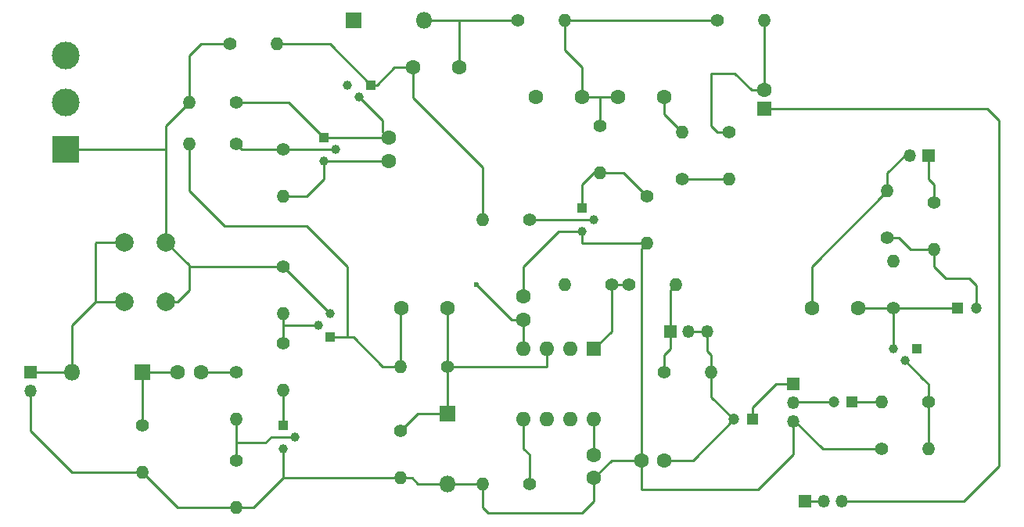
<source format=gtl>
%TF.GenerationSoftware,KiCad,Pcbnew,4.0.6*%
%TF.CreationDate,2018-03-29T20:35:18+02:00*%
%TF.ProjectId,808,3830382E6B696361645F706362000000,rev?*%
%TF.FileFunction,Copper,L1,Top,Signal*%
%FSLAX46Y46*%
G04 Gerber Fmt 4.6, Leading zero omitted, Abs format (unit mm)*
G04 Created by KiCad (PCBNEW 4.0.6) date 2018 March 29, Thursday 20:35:18*
%MOMM*%
%LPD*%
G01*
G04 APERTURE LIST*
%ADD10C,0.100000*%
%ADD11C,1.600000*%
%ADD12R,1.200000X1.200000*%
%ADD13C,1.200000*%
%ADD14R,1.600000X1.600000*%
%ADD15R,1.800000X1.800000*%
%ADD16O,1.800000X1.800000*%
%ADD17R,1.350000X1.350000*%
%ADD18O,1.350000X1.350000*%
%ADD19C,1.000000*%
%ADD20R,1.000000X1.000000*%
%ADD21C,1.400000*%
%ADD22O,1.400000X1.400000*%
%ADD23C,2.000000*%
%ADD24O,1.600000X1.600000*%
%ADD25R,3.000000X3.000000*%
%ADD26C,3.000000*%
%ADD27C,0.600000*%
%ADD28C,0.250000*%
G04 APERTURE END LIST*
D10*
D11*
X67310000Y-121920000D03*
X64810000Y-121920000D03*
X87630000Y-96520000D03*
X87630000Y-99020000D03*
X93980000Y-114935000D03*
X88980000Y-114935000D03*
X95250000Y-88900000D03*
X90250000Y-88900000D03*
X108585000Y-92075000D03*
X103585000Y-92075000D03*
X117475000Y-92075000D03*
X112475000Y-92075000D03*
X109855000Y-133350000D03*
X109855000Y-130850000D03*
X102235000Y-116205000D03*
X102235000Y-113705000D03*
X117475000Y-131445000D03*
X114975000Y-131445000D03*
D12*
X127000000Y-127000000D03*
D13*
X125000000Y-127000000D03*
D12*
X137795000Y-125095000D03*
D13*
X135795000Y-125095000D03*
D14*
X128270000Y-93345000D03*
D11*
X128270000Y-91345000D03*
D12*
X149225000Y-114935000D03*
D13*
X151225000Y-114935000D03*
D11*
X138430000Y-114935000D03*
X133430000Y-114935000D03*
D15*
X60960000Y-121920000D03*
D16*
X53340000Y-121920000D03*
D15*
X93980000Y-126365000D03*
D16*
X93980000Y-133985000D03*
D15*
X83820000Y-83820000D03*
D16*
X91440000Y-83820000D03*
D17*
X48895000Y-121920000D03*
D18*
X48895000Y-123920000D03*
D17*
X146050000Y-98425000D03*
D18*
X144050000Y-98425000D03*
D19*
X81915000Y-97790000D03*
X80645000Y-99060000D03*
D20*
X80645000Y-96520000D03*
D19*
X77470000Y-128905000D03*
X76200000Y-130175000D03*
D20*
X76200000Y-127635000D03*
D19*
X80010000Y-116840000D03*
X81280000Y-115570000D03*
D20*
X81280000Y-118110000D03*
D19*
X84455000Y-92075000D03*
X83185000Y-90805000D03*
D20*
X85725000Y-90805000D03*
D19*
X109855000Y-105410000D03*
X108585000Y-106680000D03*
D20*
X108585000Y-104140000D03*
D19*
X143510000Y-120650000D03*
X142240000Y-119380000D03*
D20*
X144780000Y-119380000D03*
D21*
X60960000Y-127635000D03*
D22*
X60960000Y-132715000D03*
D21*
X71120000Y-97155000D03*
D22*
X66040000Y-97155000D03*
D21*
X76200000Y-97790000D03*
D22*
X76200000Y-102870000D03*
D21*
X71120000Y-121920000D03*
D22*
X71120000Y-127000000D03*
D21*
X71120000Y-131445000D03*
D22*
X71120000Y-136525000D03*
D21*
X71120000Y-92710000D03*
D22*
X66040000Y-92710000D03*
D21*
X76200000Y-110490000D03*
D22*
X76200000Y-115570000D03*
D21*
X76200000Y-118745000D03*
D22*
X76200000Y-123825000D03*
D21*
X70485000Y-86360000D03*
D22*
X75565000Y-86360000D03*
D21*
X93980000Y-121285000D03*
D22*
X88900000Y-121285000D03*
D21*
X102870000Y-105410000D03*
D22*
X97790000Y-105410000D03*
D21*
X88900000Y-128270000D03*
D22*
X88900000Y-133350000D03*
D21*
X101600000Y-83820000D03*
D22*
X106680000Y-83820000D03*
D21*
X111760000Y-112395000D03*
D22*
X106680000Y-112395000D03*
D21*
X110490000Y-95250000D03*
D22*
X110490000Y-100330000D03*
D21*
X115570000Y-102870000D03*
D22*
X115570000Y-107950000D03*
D21*
X113665000Y-112395000D03*
D22*
X118745000Y-112395000D03*
D21*
X117475000Y-121920000D03*
D22*
X122555000Y-121920000D03*
D21*
X123190000Y-83820000D03*
D22*
X128270000Y-83820000D03*
D21*
X119380000Y-100965000D03*
D22*
X119380000Y-95885000D03*
D21*
X102870000Y-133985000D03*
D22*
X97790000Y-133985000D03*
D21*
X124460000Y-95885000D03*
D22*
X124460000Y-100965000D03*
D21*
X146050000Y-125095000D03*
D22*
X140970000Y-125095000D03*
D21*
X140970000Y-130175000D03*
D22*
X146050000Y-130175000D03*
D21*
X142240000Y-114935000D03*
D22*
X142240000Y-109855000D03*
D21*
X146685000Y-103505000D03*
D22*
X146685000Y-108585000D03*
D21*
X141605000Y-107315000D03*
D22*
X141605000Y-102235000D03*
D17*
X118110000Y-117475000D03*
D18*
X120110000Y-117475000D03*
X122110000Y-117475000D03*
D17*
X131445000Y-123190000D03*
D18*
X131445000Y-125190000D03*
X131445000Y-127190000D03*
D17*
X132715000Y-135890000D03*
D18*
X134715000Y-135890000D03*
X136715000Y-135890000D03*
D23*
X63555000Y-114300000D03*
X59055000Y-114300000D03*
X63555000Y-107800000D03*
X59055000Y-107800000D03*
D14*
X109855000Y-119380000D03*
D24*
X102235000Y-127000000D03*
X107315000Y-119380000D03*
X104775000Y-127000000D03*
X104775000Y-119380000D03*
X107315000Y-127000000D03*
X102235000Y-119380000D03*
X109855000Y-127000000D03*
D25*
X52705000Y-97790000D03*
D26*
X52705000Y-92710000D03*
X52705000Y-87630000D03*
D27*
X97155000Y-112395000D03*
D28*
X67310000Y-121920000D02*
X71120000Y-121920000D01*
X60960000Y-121920000D02*
X64810000Y-121920000D01*
X60960000Y-121920000D02*
X60960000Y-127635000D01*
X84455000Y-92075000D02*
X86995000Y-94615000D01*
X86995000Y-95885000D02*
X87630000Y-96520000D01*
X86995000Y-94615000D02*
X86995000Y-95885000D01*
X80645000Y-96520000D02*
X87630000Y-96520000D01*
X71120000Y-92710000D02*
X76835000Y-92710000D01*
X76835000Y-92710000D02*
X80645000Y-96520000D01*
X114975000Y-131445000D02*
X114975000Y-134580000D01*
X131445000Y-130810000D02*
X131445000Y-127190000D01*
X127635000Y-134620000D02*
X131445000Y-130810000D01*
X115015000Y-134620000D02*
X127635000Y-134620000D01*
X114975000Y-134580000D02*
X115015000Y-134620000D01*
X133430000Y-114935000D02*
X133430000Y-110410000D01*
X133430000Y-110410000D02*
X141605000Y-102235000D01*
X131445000Y-127190000D02*
X131635000Y-127190000D01*
X131635000Y-127190000D02*
X134620000Y-130175000D01*
X134620000Y-130175000D02*
X140970000Y-130175000D01*
X114975000Y-131445000D02*
X111760000Y-131445000D01*
X111760000Y-131445000D02*
X109855000Y-133350000D01*
X114975000Y-131445000D02*
X114975000Y-108545000D01*
X114975000Y-108545000D02*
X115570000Y-107950000D01*
X97790000Y-133985000D02*
X97790000Y-136525000D01*
X97790000Y-136525000D02*
X98425000Y-137160000D01*
X98425000Y-137160000D02*
X108585000Y-137160000D01*
X108585000Y-137160000D02*
X109855000Y-135890000D01*
X109855000Y-135890000D02*
X109855000Y-133350000D01*
X93980000Y-133985000D02*
X97790000Y-133985000D01*
X88900000Y-133350000D02*
X90170000Y-133350000D01*
X90805000Y-133985000D02*
X93980000Y-133985000D01*
X90170000Y-133350000D02*
X90805000Y-133985000D01*
X144050000Y-98425000D02*
X143510000Y-98425000D01*
X143510000Y-98425000D02*
X141605000Y-100330000D01*
X141605000Y-100330000D02*
X141605000Y-102235000D01*
X108585000Y-106680000D02*
X106045000Y-106680000D01*
X102235000Y-110490000D02*
X102235000Y-113705000D01*
X106045000Y-106680000D02*
X102235000Y-110490000D01*
X108585000Y-106680000D02*
X108585000Y-107950000D01*
X108585000Y-107950000D02*
X115570000Y-107950000D01*
X80645000Y-99060000D02*
X87590000Y-99060000D01*
X87590000Y-99060000D02*
X87630000Y-99020000D01*
X76200000Y-102870000D02*
X78740000Y-102870000D01*
X78740000Y-102870000D02*
X80645000Y-100965000D01*
X80645000Y-100965000D02*
X80645000Y-99060000D01*
X76200000Y-133350000D02*
X88900000Y-133350000D01*
X71120000Y-136525000D02*
X73025000Y-136525000D01*
X76200000Y-133350000D02*
X76200000Y-130175000D01*
X73025000Y-136525000D02*
X76200000Y-133350000D01*
X71120000Y-136525000D02*
X64770000Y-136525000D01*
X64770000Y-136525000D02*
X60960000Y-132715000D01*
X48895000Y-123920000D02*
X48895000Y-128270000D01*
X53340000Y-132715000D02*
X60960000Y-132715000D01*
X48895000Y-128270000D02*
X53340000Y-132715000D01*
X93980000Y-126365000D02*
X90805000Y-126365000D01*
X90805000Y-126365000D02*
X88900000Y-128270000D01*
X93980000Y-121285000D02*
X93980000Y-126365000D01*
X93980000Y-114935000D02*
X93980000Y-121285000D01*
X104775000Y-119380000D02*
X104775000Y-121285000D01*
X104775000Y-121285000D02*
X93980000Y-121285000D01*
X88900000Y-121285000D02*
X88900000Y-115015000D01*
X88900000Y-115015000D02*
X88980000Y-114935000D01*
X81280000Y-118110000D02*
X83820000Y-118110000D01*
X86995000Y-121285000D02*
X88900000Y-121285000D01*
X83820000Y-118110000D02*
X86995000Y-121285000D01*
X81280000Y-118110000D02*
X83185000Y-118110000D01*
X66040000Y-102235000D02*
X66040000Y-97155000D01*
X69850000Y-106045000D02*
X66040000Y-102235000D01*
X78740000Y-106045000D02*
X69850000Y-106045000D01*
X83185000Y-110490000D02*
X78740000Y-106045000D01*
X83185000Y-118110000D02*
X83185000Y-110490000D01*
X95250000Y-88900000D02*
X95250000Y-83820000D01*
X91440000Y-83820000D02*
X95250000Y-83820000D01*
X95250000Y-83820000D02*
X101600000Y-83820000D01*
X85725000Y-90805000D02*
X86360000Y-90805000D01*
X88265000Y-88900000D02*
X90250000Y-88900000D01*
X86360000Y-90805000D02*
X88265000Y-88900000D01*
X90250000Y-88900000D02*
X90250000Y-92155000D01*
X90250000Y-92155000D02*
X97790000Y-99695000D01*
X97790000Y-99695000D02*
X97790000Y-105410000D01*
X75565000Y-86360000D02*
X81280000Y-86360000D01*
X81280000Y-86360000D02*
X85725000Y-90805000D01*
X110490000Y-92075000D02*
X110490000Y-95250000D01*
X108585000Y-92075000D02*
X110490000Y-92075000D01*
X110490000Y-92075000D02*
X112475000Y-92075000D01*
X106680000Y-83820000D02*
X106680000Y-86995000D01*
X108585000Y-88900000D02*
X108585000Y-92075000D01*
X106680000Y-86995000D02*
X108585000Y-88900000D01*
X106680000Y-83820000D02*
X123190000Y-83820000D01*
X111760000Y-112395000D02*
X113665000Y-112395000D01*
X111760000Y-112395000D02*
X111760000Y-117475000D01*
X111760000Y-117475000D02*
X109855000Y-119380000D01*
X117475000Y-92075000D02*
X117475000Y-93980000D01*
X117475000Y-93980000D02*
X119380000Y-95885000D01*
X52705000Y-97790000D02*
X63555000Y-97790000D01*
X63555000Y-97790000D02*
X63500000Y-97790000D01*
X63500000Y-97790000D02*
X63555000Y-97790000D01*
X76200000Y-110490000D02*
X66040000Y-110490000D01*
X76200000Y-110490000D02*
X81280000Y-115570000D01*
X109855000Y-127000000D02*
X109855000Y-130850000D01*
X66040000Y-92710000D02*
X66040000Y-87630000D01*
X67310000Y-86360000D02*
X70485000Y-86360000D01*
X66040000Y-87630000D02*
X67310000Y-86360000D01*
X63555000Y-107800000D02*
X63555000Y-97790000D01*
X63555000Y-97790000D02*
X63555000Y-95195000D01*
X63555000Y-95195000D02*
X66040000Y-92710000D01*
X63555000Y-114300000D02*
X64770000Y-114300000D01*
X66040000Y-113030000D02*
X66040000Y-110490000D01*
X64770000Y-114300000D02*
X66040000Y-113030000D01*
X66040000Y-110285000D02*
X63555000Y-107800000D01*
X66040000Y-110490000D02*
X66040000Y-110285000D01*
X100965000Y-116205000D02*
X102235000Y-116205000D01*
X97155000Y-112395000D02*
X100965000Y-116205000D01*
X102235000Y-116205000D02*
X102235000Y-119380000D01*
X122110000Y-117475000D02*
X120110000Y-117475000D01*
X117475000Y-131445000D02*
X120555000Y-131445000D01*
X120555000Y-131445000D02*
X125000000Y-127000000D01*
X122555000Y-121920000D02*
X122555000Y-124555000D01*
X122555000Y-124555000D02*
X125000000Y-127000000D01*
X122110000Y-117475000D02*
X122110000Y-119570000D01*
X122555000Y-120015000D02*
X122555000Y-121920000D01*
X122110000Y-119570000D02*
X122555000Y-120015000D01*
X131445000Y-123190000D02*
X129540000Y-123190000D01*
X127000000Y-125730000D02*
X127000000Y-127000000D01*
X129540000Y-123190000D02*
X127000000Y-125730000D01*
X137795000Y-125095000D02*
X140970000Y-125095000D01*
X135795000Y-125095000D02*
X131540000Y-125095000D01*
X131540000Y-125095000D02*
X131445000Y-125190000D01*
X128270000Y-93345000D02*
X152400000Y-93345000D01*
X149860000Y-135890000D02*
X136715000Y-135890000D01*
X153670000Y-132080000D02*
X149860000Y-135890000D01*
X153670000Y-94615000D02*
X153670000Y-132080000D01*
X152400000Y-93345000D02*
X153670000Y-94615000D01*
X128270000Y-91345000D02*
X126905000Y-91345000D01*
X123190000Y-95885000D02*
X124460000Y-95885000D01*
X122555000Y-95250000D02*
X123190000Y-95885000D01*
X122555000Y-89535000D02*
X122555000Y-95250000D01*
X125095000Y-89535000D02*
X122555000Y-89535000D01*
X126905000Y-91345000D02*
X125095000Y-89535000D01*
X128270000Y-83820000D02*
X128270000Y-91345000D01*
X138430000Y-114935000D02*
X142240000Y-114935000D01*
X142240000Y-114935000D02*
X142240000Y-119380000D01*
X149225000Y-114935000D02*
X142240000Y-114935000D01*
X141605000Y-107315000D02*
X142875000Y-107315000D01*
X144145000Y-108585000D02*
X146685000Y-108585000D01*
X142875000Y-107315000D02*
X144145000Y-108585000D01*
X146685000Y-108585000D02*
X146685000Y-110490000D01*
X151225000Y-112490000D02*
X151225000Y-114935000D01*
X150495000Y-111760000D02*
X151225000Y-112490000D01*
X147955000Y-111760000D02*
X150495000Y-111760000D01*
X146685000Y-110490000D02*
X147955000Y-111760000D01*
X55880000Y-114300000D02*
X55880000Y-107950000D01*
X56030000Y-107800000D02*
X59055000Y-107800000D01*
X55880000Y-107950000D02*
X56030000Y-107800000D01*
X53340000Y-121920000D02*
X53340000Y-116840000D01*
X55880000Y-114300000D02*
X59055000Y-114300000D01*
X53340000Y-116840000D02*
X55880000Y-114300000D01*
X48895000Y-121920000D02*
X53340000Y-121920000D01*
X146050000Y-98425000D02*
X146050000Y-100965000D01*
X146685000Y-101600000D02*
X146685000Y-103505000D01*
X146050000Y-100965000D02*
X146685000Y-101600000D01*
X76200000Y-97790000D02*
X81915000Y-97790000D01*
X76200000Y-97790000D02*
X71755000Y-97790000D01*
X71755000Y-97790000D02*
X71120000Y-97155000D01*
X71120000Y-129540000D02*
X74295000Y-129540000D01*
X74930000Y-128905000D02*
X77470000Y-128905000D01*
X74295000Y-129540000D02*
X74930000Y-128905000D01*
X71120000Y-127000000D02*
X71120000Y-129540000D01*
X71120000Y-129540000D02*
X71120000Y-131445000D01*
X76200000Y-123825000D02*
X76200000Y-127635000D01*
X76200000Y-116840000D02*
X80010000Y-116840000D01*
X76200000Y-115570000D02*
X76200000Y-116840000D01*
X76200000Y-116840000D02*
X76200000Y-118745000D01*
X102870000Y-105410000D02*
X109855000Y-105410000D01*
X110490000Y-100330000D02*
X113030000Y-100330000D01*
X113030000Y-100330000D02*
X115570000Y-102870000D01*
X110490000Y-100330000D02*
X109855000Y-100330000D01*
X109855000Y-100330000D02*
X108585000Y-101600000D01*
X108585000Y-101600000D02*
X108585000Y-104140000D01*
X146050000Y-125095000D02*
X146050000Y-130175000D01*
X143510000Y-120650000D02*
X145415000Y-122555000D01*
X146050000Y-123190000D02*
X146050000Y-125095000D01*
X145415000Y-122555000D02*
X146050000Y-123190000D01*
X118110000Y-117475000D02*
X118110000Y-113030000D01*
X118110000Y-113030000D02*
X118745000Y-112395000D01*
X118110000Y-117475000D02*
X118110000Y-119380000D01*
X117475000Y-120015000D02*
X117475000Y-121920000D01*
X118110000Y-119380000D02*
X117475000Y-120015000D01*
X118110000Y-117475000D02*
X118110000Y-116840000D01*
X119380000Y-100965000D02*
X124460000Y-100965000D01*
X132715000Y-135890000D02*
X134715000Y-135890000D01*
X102235000Y-127000000D02*
X102235000Y-130175000D01*
X102870000Y-130810000D02*
X102870000Y-133985000D01*
X102235000Y-130175000D02*
X102870000Y-130810000D01*
M02*

</source>
